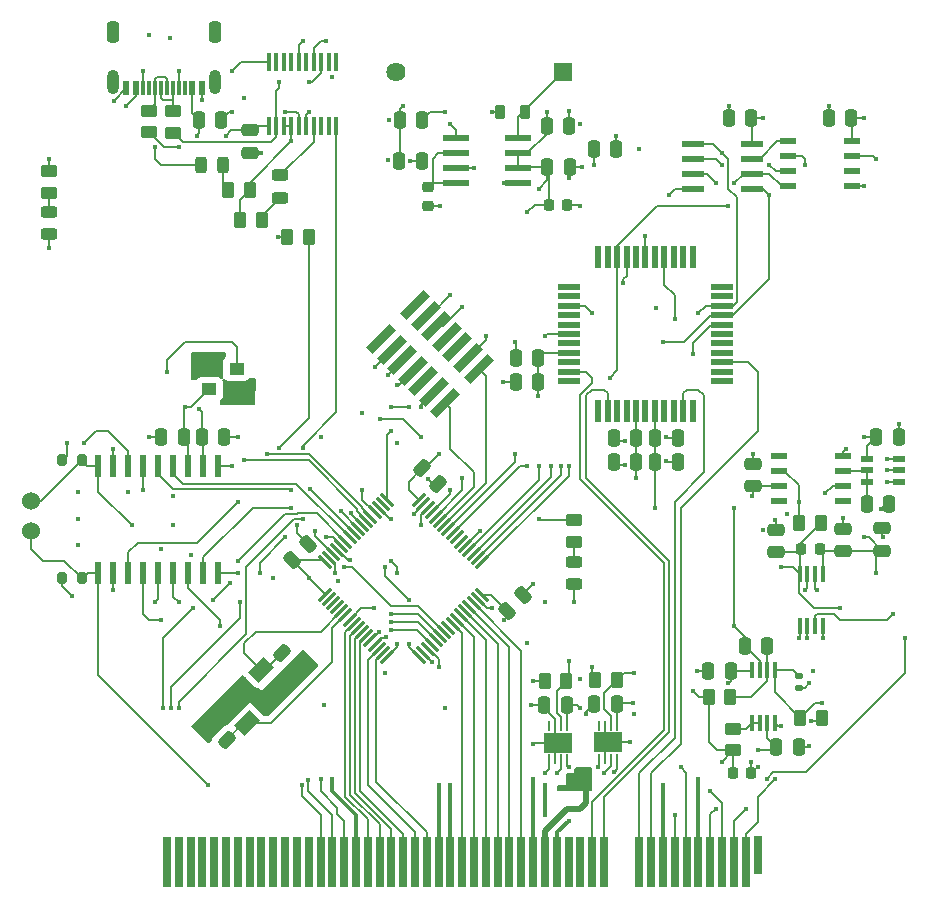
<source format=gtl>
%TF.GenerationSoftware,KiCad,Pcbnew,8.0.1*%
%TF.CreationDate,2024-04-16T19:56:43-05:00*%
%TF.ProjectId,PCB-1-2,5043422d-312d-4322-9e6b-696361645f70,rev?*%
%TF.SameCoordinates,Original*%
%TF.FileFunction,Copper,L1,Top*%
%TF.FilePolarity,Positive*%
%FSLAX46Y46*%
G04 Gerber Fmt 4.6, Leading zero omitted, Abs format (unit mm)*
G04 Created by KiCad (PCBNEW 8.0.1) date 2024-04-16 19:56:43*
%MOMM*%
%LPD*%
G01*
G04 APERTURE LIST*
G04 Aperture macros list*
%AMRoundRect*
0 Rectangle with rounded corners*
0 $1 Rounding radius*
0 $2 $3 $4 $5 $6 $7 $8 $9 X,Y pos of 4 corners*
0 Add a 4 corners polygon primitive as box body*
4,1,4,$2,$3,$4,$5,$6,$7,$8,$9,$2,$3,0*
0 Add four circle primitives for the rounded corners*
1,1,$1+$1,$2,$3*
1,1,$1+$1,$4,$5*
1,1,$1+$1,$6,$7*
1,1,$1+$1,$8,$9*
0 Add four rect primitives between the rounded corners*
20,1,$1+$1,$2,$3,$4,$5,0*
20,1,$1+$1,$4,$5,$6,$7,0*
20,1,$1+$1,$6,$7,$8,$9,0*
20,1,$1+$1,$8,$9,$2,$3,0*%
%AMRotRect*
0 Rectangle, with rotation*
0 The origin of the aperture is its center*
0 $1 length*
0 $2 width*
0 $3 Rotation angle, in degrees counterclockwise*
0 Add horizontal line*
21,1,$1,$2,0,0,$3*%
G04 Aperture macros list end*
%TA.AperFunction,SMDPad,CuDef*%
%ADD10RoundRect,0.218750X-0.218750X-0.381250X0.218750X-0.381250X0.218750X0.381250X-0.218750X0.381250X0*%
%TD*%
%TA.AperFunction,SMDPad,CuDef*%
%ADD11RoundRect,0.250000X0.450000X-0.262500X0.450000X0.262500X-0.450000X0.262500X-0.450000X-0.262500X0*%
%TD*%
%TA.AperFunction,SMDPad,CuDef*%
%ADD12RoundRect,0.250000X0.250000X0.475000X-0.250000X0.475000X-0.250000X-0.475000X0.250000X-0.475000X0*%
%TD*%
%TA.AperFunction,SMDPad,CuDef*%
%ADD13RoundRect,0.250000X-0.450000X0.262500X-0.450000X-0.262500X0.450000X-0.262500X0.450000X0.262500X0*%
%TD*%
%TA.AperFunction,SMDPad,CuDef*%
%ADD14RoundRect,0.250000X-0.250000X-0.475000X0.250000X-0.475000X0.250000X0.475000X-0.250000X0.475000X0*%
%TD*%
%TA.AperFunction,SMDPad,CuDef*%
%ADD15RoundRect,0.250000X-0.262500X-0.450000X0.262500X-0.450000X0.262500X0.450000X-0.262500X0.450000X0*%
%TD*%
%TA.AperFunction,SMDPad,CuDef*%
%ADD16RotRect,0.740000X2.790000X315.000000*%
%TD*%
%TA.AperFunction,SMDPad,CuDef*%
%ADD17RoundRect,0.243750X-0.243750X-0.456250X0.243750X-0.456250X0.243750X0.456250X-0.243750X0.456250X0*%
%TD*%
%TA.AperFunction,SMDPad,CuDef*%
%ADD18R,0.558800X1.981200*%
%TD*%
%TA.AperFunction,SMDPad,CuDef*%
%ADD19RoundRect,0.250000X0.475000X-0.250000X0.475000X0.250000X-0.475000X0.250000X-0.475000X-0.250000X0*%
%TD*%
%TA.AperFunction,SMDPad,CuDef*%
%ADD20RoundRect,0.250000X0.512652X0.159099X0.159099X0.512652X-0.512652X-0.159099X-0.159099X-0.512652X0*%
%TD*%
%TA.AperFunction,SMDPad,CuDef*%
%ADD21RotRect,1.200000X1.800000X315.000000*%
%TD*%
%TA.AperFunction,SMDPad,CuDef*%
%ADD22R,0.431800X1.333500*%
%TD*%
%TA.AperFunction,SMDPad,CuDef*%
%ADD23RoundRect,0.140000X-0.170000X0.140000X-0.170000X-0.140000X0.170000X-0.140000X0.170000X0.140000X0*%
%TD*%
%TA.AperFunction,ComponentPad*%
%ADD24C,1.524000*%
%TD*%
%TA.AperFunction,SMDPad,CuDef*%
%ADD25RoundRect,0.250000X-0.159099X0.512652X-0.512652X0.159099X0.159099X-0.512652X0.512652X-0.159099X0*%
%TD*%
%TA.AperFunction,SMDPad,CuDef*%
%ADD26R,0.254000X0.812800*%
%TD*%
%TA.AperFunction,SMDPad,CuDef*%
%ADD27R,2.489200X1.752600*%
%TD*%
%TA.AperFunction,SMDPad,CuDef*%
%ADD28RoundRect,0.250000X-0.475000X0.250000X-0.475000X-0.250000X0.475000X-0.250000X0.475000X0.250000X0*%
%TD*%
%TA.AperFunction,SMDPad,CuDef*%
%ADD29RoundRect,0.225000X-0.250000X0.225000X-0.250000X-0.225000X0.250000X-0.225000X0.250000X0.225000X0*%
%TD*%
%TA.AperFunction,SMDPad,CuDef*%
%ADD30R,0.355600X1.498600*%
%TD*%
%TA.AperFunction,SMDPad,CuDef*%
%ADD31RoundRect,0.243750X0.456250X-0.243750X0.456250X0.243750X-0.456250X0.243750X-0.456250X-0.243750X0*%
%TD*%
%TA.AperFunction,SMDPad,CuDef*%
%ADD32R,0.600000X1.150000*%
%TD*%
%TA.AperFunction,SMDPad,CuDef*%
%ADD33R,0.300000X1.150000*%
%TD*%
%TA.AperFunction,ComponentPad*%
%ADD34O,1.000000X2.100000*%
%TD*%
%TA.AperFunction,ComponentPad*%
%ADD35RoundRect,0.250000X0.250000X0.650000X-0.250000X0.650000X-0.250000X-0.650000X0.250000X-0.650000X0*%
%TD*%
%TA.AperFunction,SMDPad,CuDef*%
%ADD36R,1.981200X0.533400*%
%TD*%
%TA.AperFunction,SMDPad,CuDef*%
%ADD37RoundRect,0.200000X0.200000X0.275000X-0.200000X0.275000X-0.200000X-0.275000X0.200000X-0.275000X0*%
%TD*%
%TA.AperFunction,SMDPad,CuDef*%
%ADD38RoundRect,0.225000X0.225000X0.250000X-0.225000X0.250000X-0.225000X-0.250000X0.225000X-0.250000X0*%
%TD*%
%TA.AperFunction,SMDPad,CuDef*%
%ADD39R,1.460500X0.533400*%
%TD*%
%TA.AperFunction,SMDPad,CuDef*%
%ADD40RoundRect,0.225000X-0.225000X-0.250000X0.225000X-0.250000X0.225000X0.250000X-0.225000X0.250000X0*%
%TD*%
%TA.AperFunction,SMDPad,CuDef*%
%ADD41RoundRect,0.020400X0.919600X0.234600X-0.919600X0.234600X-0.919600X-0.234600X0.919600X-0.234600X0*%
%TD*%
%TA.AperFunction,SMDPad,CuDef*%
%ADD42RoundRect,0.020400X-0.234600X0.919600X-0.234600X-0.919600X0.234600X-0.919600X0.234600X0.919600X0*%
%TD*%
%TA.AperFunction,SMDPad,CuDef*%
%ADD43R,2.209800X0.609600*%
%TD*%
%TA.AperFunction,SMDPad,CuDef*%
%ADD44R,0.977900X0.558800*%
%TD*%
%TA.AperFunction,ComponentPad*%
%ADD45R,1.625600X1.625600*%
%TD*%
%TA.AperFunction,ComponentPad*%
%ADD46C,1.625600*%
%TD*%
%TA.AperFunction,SMDPad,CuDef*%
%ADD47R,1.300000X1.050000*%
%TD*%
%TA.AperFunction,SMDPad,CuDef*%
%ADD48RoundRect,0.250000X-0.512652X-0.159099X-0.159099X-0.512652X0.512652X0.159099X0.159099X0.512652X0*%
%TD*%
%TA.AperFunction,SMDPad,CuDef*%
%ADD49RoundRect,0.243750X-0.456250X0.243750X-0.456250X-0.243750X0.456250X-0.243750X0.456250X0.243750X0*%
%TD*%
%TA.AperFunction,SMDPad,CuDef*%
%ADD50RoundRect,0.250000X0.262500X0.450000X-0.262500X0.450000X-0.262500X-0.450000X0.262500X-0.450000X0*%
%TD*%
%TA.AperFunction,SMDPad,CuDef*%
%ADD51RoundRect,0.011200X-0.420729X-0.602879X0.602879X0.420729X0.420729X0.602879X-0.602879X-0.420729X0*%
%TD*%
%TA.AperFunction,SMDPad,CuDef*%
%ADD52RoundRect,0.050400X0.420729X-0.547442X0.547442X-0.420729X-0.420729X0.547442X-0.547442X0.420729X0*%
%TD*%
%TA.AperFunction,ConnectorPad*%
%ADD53R,0.700000X3.200000*%
%TD*%
%TA.AperFunction,ConnectorPad*%
%ADD54R,0.700000X4.300000*%
%TD*%
%TA.AperFunction,ViaPad*%
%ADD55C,0.450000*%
%TD*%
%TA.AperFunction,Conductor*%
%ADD56C,0.200000*%
%TD*%
%TA.AperFunction,Conductor*%
%ADD57C,0.500000*%
%TD*%
%TA.AperFunction,Conductor*%
%ADD58C,0.300000*%
%TD*%
G04 APERTURE END LIST*
D10*
X101165996Y-67486615D03*
X103290996Y-67486615D03*
D11*
X73549928Y-69251169D03*
X73549928Y-67426169D03*
D12*
X122450000Y-68000000D03*
X120550000Y-68000000D03*
D13*
X120952461Y-119719404D03*
X120952461Y-121544404D03*
D14*
X102550003Y-88300001D03*
X104450001Y-88300001D03*
X118820031Y-114840422D03*
X120720029Y-114840422D03*
D15*
X118865464Y-117011906D03*
X120690464Y-117011906D03*
D16*
X91124221Y-86720792D03*
X94002145Y-83842868D03*
X92022246Y-87618818D03*
X94900171Y-84740893D03*
X92920272Y-88516844D03*
X95798197Y-85638919D03*
X93818298Y-89414869D03*
X96696222Y-86536945D03*
X94716323Y-90312895D03*
X97594248Y-87434970D03*
X95614349Y-91210921D03*
X98492274Y-88332996D03*
X96512375Y-92108946D03*
X99390299Y-89231022D03*
D17*
X75852677Y-71988894D03*
X77727677Y-71988894D03*
D14*
X105158652Y-68647111D03*
X107058652Y-68647111D03*
D13*
X107500000Y-102087500D03*
X107500000Y-103912500D03*
D18*
X77350000Y-97457600D03*
X76080000Y-97457600D03*
X74810000Y-97457600D03*
X73540000Y-97457600D03*
X72270000Y-97457600D03*
X71000000Y-97457600D03*
X69730000Y-97457600D03*
X68460000Y-97457600D03*
X67190000Y-97457600D03*
X67190000Y-106500000D03*
X68460000Y-106500000D03*
X69730000Y-106500000D03*
X71000000Y-106500000D03*
X72270000Y-106500000D03*
X73540000Y-106500000D03*
X74810000Y-106500000D03*
X76080000Y-106500000D03*
X77350000Y-106500000D03*
D19*
X133541531Y-104631742D03*
X133541531Y-102731744D03*
D12*
X77608652Y-68147111D03*
X75708652Y-68147111D03*
D20*
X95969848Y-99009693D03*
X94626346Y-97666191D03*
D14*
X92658652Y-71647111D03*
X94558652Y-71647111D03*
D21*
X80943872Y-114737258D03*
X78115445Y-117565685D03*
X79812502Y-119262742D03*
X82640929Y-116434315D03*
D22*
X122525001Y-119216150D03*
X123174999Y-119216150D03*
X123825001Y-119216150D03*
X124474999Y-119216150D03*
X124474999Y-114783850D03*
X123825001Y-114783850D03*
X123174999Y-114783850D03*
X122525001Y-114783850D03*
D19*
X124550843Y-104752542D03*
X124550843Y-102852544D03*
D23*
X126525001Y-115275473D03*
X126525001Y-116235473D03*
D24*
X61500000Y-100460000D03*
X61500000Y-103000000D03*
D25*
X103161124Y-108393001D03*
X101817622Y-109736503D03*
D26*
X106837501Y-119500000D03*
X106337500Y-119500000D03*
X105837500Y-119500000D03*
X105337499Y-119500000D03*
X105337499Y-122294000D03*
X105837500Y-122294000D03*
X106337500Y-122294000D03*
X106837501Y-122294000D03*
D27*
X106087500Y-120897000D03*
D15*
X126612501Y-118783850D03*
X128437501Y-118783850D03*
D28*
X79998671Y-69061163D03*
X79998671Y-70961163D03*
D29*
X95108652Y-73872111D03*
X95108652Y-75422111D03*
D13*
X63000000Y-72525002D03*
X63000000Y-74350002D03*
D12*
X123819980Y-112738542D03*
X121919982Y-112738542D03*
D15*
X83196152Y-78104730D03*
X85021152Y-78104730D03*
D30*
X87323652Y-63236911D03*
X86688652Y-63236911D03*
X86053652Y-63236911D03*
X85418652Y-63236911D03*
X84783652Y-63236911D03*
X84148652Y-63236911D03*
X83513652Y-63236911D03*
X82878652Y-63236911D03*
X82243652Y-63236911D03*
X81608652Y-63236911D03*
X81608652Y-68647111D03*
X82243652Y-68647111D03*
X82878652Y-68647111D03*
X83513652Y-68647111D03*
X84148652Y-68647111D03*
X84783652Y-68647111D03*
X85418652Y-68647111D03*
X86053652Y-68647111D03*
X86688652Y-68647111D03*
X87323652Y-68647111D03*
D12*
X111095797Y-117617844D03*
X109195797Y-117617844D03*
D11*
X71459979Y-69225089D03*
X71459979Y-67400089D03*
D15*
X126516405Y-102339642D03*
X128341405Y-102339642D03*
D14*
X114329525Y-95090562D03*
X116229523Y-95090562D03*
D31*
X63000000Y-77875002D03*
X63000000Y-76000000D03*
D14*
X124575002Y-121283849D03*
X126475000Y-121283849D03*
D32*
X75950000Y-65500000D03*
X75150000Y-65500000D03*
D33*
X74000000Y-65500000D03*
X73000000Y-65500000D03*
X72500000Y-65500000D03*
X71500000Y-65500000D03*
D32*
X69550000Y-65500000D03*
X70350000Y-65500000D03*
D33*
X71000000Y-65500000D03*
X72000000Y-65500000D03*
X73500000Y-65500000D03*
X74500000Y-65500000D03*
D34*
X77070000Y-64925000D03*
X68430000Y-64925000D03*
D35*
X77070000Y-60745000D03*
X68430000Y-60745000D03*
D14*
X132238819Y-100685191D03*
X134138817Y-100685191D03*
X114334644Y-97127875D03*
X116234642Y-97127875D03*
D36*
X117572400Y-70190000D03*
X117572400Y-71460000D03*
X117572400Y-72730000D03*
X117572400Y-74000000D03*
X122500000Y-74000000D03*
X122500000Y-72730000D03*
X122500000Y-71460000D03*
X122500000Y-70190000D03*
D37*
X65785000Y-96999999D03*
X64135000Y-96999999D03*
D25*
X84970910Y-104117889D03*
X83627408Y-105461391D03*
D38*
X128247688Y-104465209D03*
X126697688Y-104465209D03*
D39*
X125551700Y-70000000D03*
X125551700Y-71270000D03*
X125551700Y-72540000D03*
X125551700Y-73810000D03*
X131000000Y-73810000D03*
X131000000Y-72540000D03*
X131000000Y-71270000D03*
X131000000Y-70000000D03*
D40*
X120902087Y-123476835D03*
X122452087Y-123476835D03*
D15*
X79196152Y-76647111D03*
X81021152Y-76647111D03*
D14*
X92708652Y-68147111D03*
X94608652Y-68147111D03*
D22*
X128525841Y-106586393D03*
X127875843Y-106586393D03*
X127225841Y-106586393D03*
X126575843Y-106586393D03*
X126575843Y-111018693D03*
X127225841Y-111018693D03*
X127875843Y-111018693D03*
X128525841Y-111018693D03*
D12*
X112726309Y-97133664D03*
X110826311Y-97133664D03*
D41*
X120000000Y-90300000D03*
X120000000Y-89500000D03*
X120000000Y-88700000D03*
X120000000Y-87900000D03*
X120000000Y-87099999D03*
X120000000Y-86300000D03*
X120000000Y-85500001D03*
X120000000Y-84700000D03*
X120000000Y-83900000D03*
X120000000Y-83100000D03*
X120000000Y-82300000D03*
D42*
X117510000Y-79810000D03*
X116710000Y-79810000D03*
X115910000Y-79810000D03*
X115110000Y-79810000D03*
X114309999Y-79810000D03*
X113510000Y-79810000D03*
X112710001Y-79810000D03*
X111910000Y-79810000D03*
X111110000Y-79810000D03*
X110310000Y-79810000D03*
X109510000Y-79810000D03*
D41*
X107020000Y-82300000D03*
X107020000Y-83100000D03*
X107020000Y-83900000D03*
X107020000Y-84700000D03*
X107020000Y-85500001D03*
X107020000Y-86300000D03*
X107020000Y-87099999D03*
X107020000Y-87900000D03*
X107020000Y-88700000D03*
X107020000Y-89500000D03*
X107020000Y-90300000D03*
D42*
X109510000Y-92790000D03*
X110310000Y-92790000D03*
X111110000Y-92790000D03*
X111910000Y-92790000D03*
X112710001Y-92790000D03*
X113510000Y-92790000D03*
X114309999Y-92790000D03*
X115110000Y-92790000D03*
X115910000Y-92790000D03*
X116710000Y-92790000D03*
X117510000Y-92790000D03*
D12*
X106838631Y-117730550D03*
X104938631Y-117730550D03*
D43*
X97507692Y-69742111D03*
X97507692Y-71012111D03*
X97507692Y-72282111D03*
X97507692Y-73552111D03*
X102709612Y-73552111D03*
X102709612Y-72282111D03*
X102709612Y-71012111D03*
X102709612Y-69742111D03*
D14*
X75950001Y-94999999D03*
X77849999Y-94999999D03*
D44*
X134972549Y-98795287D03*
X134972550Y-97845286D03*
X134972549Y-96895285D03*
X132242049Y-96895285D03*
X132242048Y-97845286D03*
X132242049Y-98795287D03*
D20*
X78069641Y-120658144D03*
X76726139Y-119314642D03*
D12*
X130950000Y-68000000D03*
X129050000Y-68000000D03*
X112725533Y-95090562D03*
X110825535Y-95090562D03*
D45*
X106514152Y-64147111D03*
D46*
X92366352Y-64147111D03*
D15*
X104998176Y-115709756D03*
X106823176Y-115709756D03*
D19*
X130252235Y-104671384D03*
X130252235Y-102771386D03*
D15*
X109237395Y-115620010D03*
X111062395Y-115620010D03*
D47*
X78888863Y-89224069D03*
X76588863Y-89224069D03*
X76588863Y-90974069D03*
X78888863Y-90974069D03*
D40*
X105313705Y-75367041D03*
X106863705Y-75367041D03*
D14*
X133050001Y-95000000D03*
X134949999Y-95000000D03*
X109158652Y-70647111D03*
X111058652Y-70647111D03*
X105208652Y-72147111D03*
X107108652Y-72147111D03*
D26*
X111087500Y-119470844D03*
X110587499Y-119470844D03*
X110087499Y-119470844D03*
X109587498Y-119470844D03*
X109587498Y-122264844D03*
X110087499Y-122264844D03*
X110587499Y-122264844D03*
X111087500Y-122264844D03*
D27*
X110337499Y-120867844D03*
D48*
X82726139Y-113314642D03*
X84069641Y-114658144D03*
D49*
X82608652Y-72869611D03*
X82608652Y-74744611D03*
D19*
X122655533Y-99170495D03*
X122655533Y-97270497D03*
D50*
X80021152Y-74147111D03*
X78196152Y-74147111D03*
D31*
X107500000Y-107437500D03*
X107500000Y-105562500D03*
D14*
X102550002Y-90345080D03*
X104450000Y-90345080D03*
D12*
X74409999Y-94999999D03*
X72510001Y-94999999D03*
D51*
X86339054Y-108357645D03*
X86692608Y-108711198D03*
X87046161Y-109064752D03*
X87399714Y-109418305D03*
X87753268Y-109771859D03*
X88106821Y-110125412D03*
X88460374Y-110478965D03*
X88813928Y-110832519D03*
X89167481Y-111186072D03*
X89521035Y-111539626D03*
X89874588Y-111893179D03*
X90228141Y-112246732D03*
X90581695Y-112600286D03*
X90935248Y-112953839D03*
X91288802Y-113307392D03*
X91642355Y-113660946D03*
D52*
X94357645Y-113660946D03*
X94711198Y-113307392D03*
X95064752Y-112953839D03*
X95418305Y-112600286D03*
X95771859Y-112246732D03*
X96125412Y-111893179D03*
X96478965Y-111539626D03*
X96832519Y-111186072D03*
X97186072Y-110832519D03*
X97539626Y-110478965D03*
X97893179Y-110125412D03*
X98246732Y-109771859D03*
X98600286Y-109418305D03*
X98953839Y-109064752D03*
X99307392Y-108711198D03*
X99660946Y-108357645D03*
D51*
X99660946Y-105642355D03*
X99307392Y-105288802D03*
X98953839Y-104935248D03*
X98600286Y-104581695D03*
X98246732Y-104228141D03*
X97893179Y-103874588D03*
X97539626Y-103521035D03*
X97186072Y-103167481D03*
X96832519Y-102813928D03*
X96478965Y-102460374D03*
X96125412Y-102106821D03*
X95771859Y-101753268D03*
X95418305Y-101399714D03*
X95064752Y-101046161D03*
X94711198Y-100692608D03*
X94357645Y-100339054D03*
D52*
X91642355Y-100339054D03*
X91288802Y-100692608D03*
X90935248Y-101046161D03*
X90581695Y-101399714D03*
X90228141Y-101753268D03*
X89874588Y-102106821D03*
X89521035Y-102460374D03*
X89167481Y-102813928D03*
X88813928Y-103167481D03*
X88460374Y-103521035D03*
X88106821Y-103874588D03*
X87753268Y-104228141D03*
X87399714Y-104581695D03*
X87046161Y-104935248D03*
X86692608Y-105288802D03*
X86339054Y-105642355D03*
D39*
X130224150Y-100404999D03*
X130224150Y-99135000D03*
X130224150Y-97865000D03*
X130224150Y-96595001D03*
X124775850Y-96595001D03*
X124775850Y-97865000D03*
X124775850Y-99135000D03*
X124775850Y-100404999D03*
D37*
X65785000Y-106999999D03*
X64135000Y-106999999D03*
D53*
X123000000Y-130450000D03*
D54*
X122000000Y-131000000D03*
X121000000Y-131000000D03*
X120000000Y-131000000D03*
X119000000Y-131000000D03*
X118000000Y-131000000D03*
X117000000Y-131000000D03*
X116000000Y-131000000D03*
X115000000Y-131000000D03*
X114000000Y-131000000D03*
X113000000Y-131000000D03*
X110000000Y-131000000D03*
X109000000Y-131000000D03*
X108000000Y-131000000D03*
X107000000Y-131000000D03*
X106000000Y-131000000D03*
X105000000Y-131000000D03*
X104000000Y-131000000D03*
X103000000Y-131000000D03*
X102000000Y-131000000D03*
X101000000Y-131000000D03*
X100000000Y-131000000D03*
X99000000Y-131000000D03*
X98000000Y-131000000D03*
X97000000Y-131000000D03*
X96000000Y-131000000D03*
X95000000Y-131000000D03*
X94000000Y-131000000D03*
X93000000Y-131000000D03*
X92000000Y-131000000D03*
X91000000Y-131000000D03*
X90000000Y-131000000D03*
X89000000Y-131000000D03*
X88000000Y-131000000D03*
X87000000Y-131000000D03*
X86000000Y-131000000D03*
X85000000Y-131000000D03*
X84000000Y-131000000D03*
X83000000Y-131000000D03*
X82000000Y-131000000D03*
X81000000Y-131000000D03*
X80000000Y-131000000D03*
X79000000Y-131000000D03*
X78000000Y-131000000D03*
X77000000Y-131000000D03*
X76000000Y-131000000D03*
X75000000Y-131000000D03*
X74000000Y-131000000D03*
X73000000Y-131000000D03*
D55*
X105158652Y-67500000D03*
X112461917Y-117538083D03*
X120539869Y-115886906D03*
X112726309Y-98500000D03*
X104500000Y-74000000D03*
X127668354Y-114831646D03*
X123500000Y-68000000D03*
X132000000Y-68000000D03*
X68460000Y-108000000D03*
X134000000Y-96895285D03*
X69706514Y-99706514D03*
X112500000Y-118500000D03*
X103500000Y-76000000D03*
X122500000Y-100000000D03*
X128525841Y-112000000D03*
X132000000Y-95000000D03*
X109158652Y-72000000D03*
X118000000Y-84500000D03*
X107000000Y-97500000D03*
X120000000Y-71000000D03*
X124000000Y-72000000D03*
X75500000Y-69500000D03*
X69500000Y-67000000D03*
X66000000Y-95500000D03*
X113500000Y-78000000D03*
X86500000Y-61500000D03*
X92500000Y-112525000D03*
X92000000Y-105500000D03*
X92513762Y-106513762D03*
X74000000Y-64000000D03*
X72000000Y-109000000D03*
X88000000Y-106000000D03*
X74000000Y-109000000D03*
X92000000Y-110000000D03*
X76860000Y-108860000D03*
X72699994Y-118000000D03*
X78347890Y-107372109D03*
X84450000Y-124525000D03*
X75233581Y-109475000D03*
X79000000Y-105500000D03*
X73349997Y-118000000D03*
X79192157Y-109000000D03*
X83000000Y-103500000D03*
X88499142Y-105475000D03*
X80849997Y-106500000D03*
X84975000Y-124025000D03*
X92000000Y-110699994D03*
X72500000Y-110500000D03*
X77500000Y-111000000D03*
X92000000Y-111349997D03*
X111635000Y-82000000D03*
X98000000Y-98500000D03*
X85500000Y-103000000D03*
X86000000Y-124000000D03*
X74000000Y-118000000D03*
X84500000Y-102000000D03*
X119475000Y-73500000D03*
X121000000Y-101000000D03*
X121000000Y-111000000D03*
X120000000Y-72000000D03*
X134500000Y-110000000D03*
X105500000Y-97500000D03*
X121050000Y-73500000D03*
X110500000Y-90000000D03*
X120525000Y-75500000D03*
X115000000Y-87000000D03*
X124000000Y-74500000D03*
X104500000Y-97500000D03*
X127000000Y-72000000D03*
X93500000Y-112525000D03*
X84500000Y-95950000D03*
X91500000Y-106000000D03*
X93500000Y-108824997D03*
X133000000Y-71500000D03*
X123816267Y-123941270D03*
X135500000Y-112000000D03*
X119475000Y-126500000D03*
X83500000Y-70000000D03*
X85000000Y-65000000D03*
X74000000Y-70500000D03*
X78000000Y-69500000D03*
X82500000Y-65000000D03*
X71996213Y-70503787D03*
X78500000Y-64000000D03*
X83000000Y-67472809D03*
X90500000Y-109475000D03*
X100000000Y-86500000D03*
X86000000Y-95000000D03*
X96000000Y-96500000D03*
X75000000Y-105000000D03*
X103500000Y-112500000D03*
X108000000Y-118000000D03*
X90570532Y-89070532D03*
X78500000Y-97500000D03*
X63000000Y-71500000D03*
X85000000Y-107000000D03*
X96000000Y-114500000D03*
X101500000Y-110500000D03*
X82395270Y-78104730D03*
X114334644Y-101000000D03*
X108000000Y-115500000D03*
X94500000Y-102500000D03*
X109974693Y-123474693D03*
X112500000Y-115000000D03*
X92000000Y-94500000D03*
X93500000Y-92500000D03*
X92000000Y-92500000D03*
X105000000Y-123500000D03*
X107000000Y-123000000D03*
X110845925Y-123345925D03*
X107092454Y-124716043D03*
X106350918Y-124757240D03*
X107099320Y-123830319D03*
X107833990Y-123349694D03*
X108616723Y-123940177D03*
X108657919Y-123322230D03*
X107779062Y-124029436D03*
X109500000Y-123000000D03*
X106000000Y-123500000D03*
X107000000Y-114000000D03*
X92000000Y-102000000D03*
X89500000Y-99500000D03*
X106349997Y-97500000D03*
X116000000Y-85000000D03*
X97000000Y-83000000D03*
X128500000Y-117500000D03*
X123000000Y-121500000D03*
X97000000Y-68500000D03*
X93000000Y-67000000D03*
X104450000Y-91550000D03*
X127000000Y-108000000D03*
X130000000Y-109500000D03*
X125000000Y-106000000D03*
X128000000Y-108000000D03*
X132000000Y-103500000D03*
X133000000Y-106500000D03*
X122000000Y-126500000D03*
X128750000Y-99750000D03*
X119000000Y-125000000D03*
X126500000Y-100500000D03*
X71000000Y-64000000D03*
X120000000Y-122500000D03*
X117500000Y-116500000D03*
X98000000Y-84000000D03*
X75696664Y-92608732D03*
X73000000Y-89500000D03*
X74500000Y-92500000D03*
X88565687Y-101434313D03*
X82500000Y-95950000D03*
X83500000Y-101000000D03*
X124500000Y-124000000D03*
X83500000Y-99525000D03*
X85090901Y-99409099D03*
X79000000Y-106500000D03*
X87694455Y-101305544D03*
X116500000Y-123000000D03*
X70000000Y-102500000D03*
X116000000Y-127000000D03*
X76500000Y-124500000D03*
X81500000Y-96475000D03*
X79000000Y-100500000D03*
X79500000Y-97000000D03*
X71000000Y-99500000D03*
X105000000Y-86500000D03*
X102500000Y-96500000D03*
X109000000Y-84500000D03*
X103500000Y-97500000D03*
X97000000Y-99500000D03*
X117500000Y-88000000D03*
X94500000Y-95000000D03*
X91000000Y-93500000D03*
X96500000Y-118000000D03*
X127225841Y-112000000D03*
X78000000Y-92000000D03*
X75950000Y-66450000D03*
X127375001Y-121152165D03*
X95059908Y-98540778D03*
X71500000Y-95000000D03*
X127550001Y-119036518D03*
X87237883Y-106500000D03*
X122655533Y-96500000D03*
X75379823Y-89339031D03*
X65500000Y-102000000D03*
X123000000Y-123000000D03*
X96077889Y-75422111D03*
X132000000Y-73810000D03*
X108500000Y-118500000D03*
X134949999Y-93949999D03*
X129050000Y-67000000D03*
X76000000Y-120000000D03*
X134000000Y-97845286D03*
X85000000Y-114000000D03*
X127370149Y-115846359D03*
X79500000Y-66308009D03*
X100500000Y-67486615D03*
X108000000Y-68500000D03*
X115500000Y-74500000D03*
X84500000Y-113500000D03*
X96000000Y-124500000D03*
X82000000Y-107000000D03*
X95451903Y-114048097D03*
X91750000Y-89750000D03*
X65500000Y-104206514D03*
X105000000Y-124500000D03*
X79000000Y-116000000D03*
X92437475Y-90616584D03*
X84000000Y-102500000D03*
X114421430Y-84078570D03*
X124487500Y-102012500D03*
X76536518Y-88114737D03*
X68500000Y-66550000D03*
X78000000Y-119000000D03*
X115259644Y-97016570D03*
X133646629Y-103500000D03*
X130252235Y-101895426D03*
X73500000Y-100000000D03*
X93903806Y-101500000D03*
X108000000Y-75500000D03*
X126500000Y-112000000D03*
X125000000Y-119500000D03*
X94500000Y-92500000D03*
X105000000Y-127000000D03*
X104000000Y-107500000D03*
X102500000Y-87000000D03*
X115000000Y-124500000D03*
X97000000Y-124500000D03*
X84500000Y-61500000D03*
X79500000Y-117500000D03*
X76500000Y-120500000D03*
X111000000Y-69500000D03*
X75500000Y-119500000D03*
X73250000Y-61250000D03*
X107058652Y-67441348D03*
X108147111Y-72147111D03*
X91733652Y-71535046D03*
X73500000Y-102500000D03*
X101500000Y-73552111D03*
X125500000Y-101525000D03*
X120550000Y-67000000D03*
X79000000Y-118000000D03*
X134000000Y-98795287D03*
X87000000Y-64500000D03*
X86286353Y-117710308D03*
X75372312Y-88723129D03*
X71500000Y-61000000D03*
X87479237Y-107215315D03*
X104000000Y-121000000D03*
X80500000Y-117500000D03*
X130500000Y-96000000D03*
X107058652Y-73058652D03*
X80000000Y-92000000D03*
X123500000Y-102880648D03*
X75379823Y-89939911D03*
X96500000Y-67500000D03*
X78500000Y-67500000D03*
X111800533Y-95397340D03*
X68460000Y-96000000D03*
X76000000Y-119000000D03*
X65500000Y-99706514D03*
X75372312Y-88144781D03*
X80500000Y-116500000D03*
X80171844Y-90337995D03*
X77129887Y-88107226D03*
X104000000Y-124000000D03*
X122452087Y-122500000D03*
X105000000Y-109000000D03*
X101475000Y-90345080D03*
X111801309Y-97398256D03*
X133455192Y-101132522D03*
X80171844Y-90916342D03*
X93583652Y-71647111D03*
X81500000Y-117500000D03*
X86500000Y-103500000D03*
X117838970Y-114840422D03*
X92437475Y-95500000D03*
X85000000Y-67500000D03*
X75958171Y-88122248D03*
X91500000Y-115000000D03*
X90960654Y-111525000D03*
X118000000Y-124000000D03*
X76500000Y-118500000D03*
X79000000Y-95000000D03*
X109000000Y-114500000D03*
X81000000Y-118000000D03*
X107000000Y-127500000D03*
X81000000Y-70961163D03*
X107500000Y-109000000D03*
X103794450Y-117730550D03*
X78500000Y-118500000D03*
X80000000Y-117000000D03*
X79500000Y-115500000D03*
X113000000Y-70647111D03*
X112204705Y-120867844D03*
X79500000Y-116500000D03*
X104000000Y-115709756D03*
X79000000Y-92000000D03*
X87000000Y-124000000D03*
X115254525Y-95000000D03*
X100500000Y-109500000D03*
X89500000Y-93000000D03*
X81000000Y-117000000D03*
X91783652Y-68147111D03*
X63000000Y-79000000D03*
X99000000Y-72282111D03*
X72500000Y-104500000D03*
X64500000Y-95500000D03*
X65000000Y-108500000D03*
X99469759Y-102969759D03*
X104500000Y-102000000D03*
X91522998Y-111947765D03*
D56*
X111087500Y-119470844D02*
X111087500Y-117626141D01*
X105313705Y-75367041D02*
X104132959Y-75367041D01*
X122468429Y-114840422D02*
X122525001Y-114783850D01*
X105313705Y-72252164D02*
X105208652Y-72147111D01*
X109158652Y-72000000D02*
X109158652Y-70647111D01*
X105208652Y-73291348D02*
X105208652Y-72147111D01*
X120720029Y-114840422D02*
X122468429Y-114840422D01*
X111087500Y-117626141D02*
X111095797Y-117617844D01*
X131000000Y-68050000D02*
X130950000Y-68000000D01*
X122655533Y-99844467D02*
X122655533Y-99170495D01*
X112725533Y-92805532D02*
X112710001Y-92790000D01*
X122450000Y-68000000D02*
X123500000Y-68000000D01*
X104132959Y-75367041D02*
X103500000Y-76000000D01*
X122500000Y-100000000D02*
X122655533Y-99844467D01*
X105208652Y-72147111D02*
X102844612Y-72147111D01*
X132242049Y-96895285D02*
X132242049Y-95807952D01*
X120720029Y-115706746D02*
X120720029Y-114840422D01*
X122500000Y-70190000D02*
X122500000Y-68050000D01*
X131000000Y-70000000D02*
X131000000Y-68050000D01*
X103518652Y-71012111D02*
X102709612Y-71012111D01*
X132000000Y-95000000D02*
X133050001Y-95000000D01*
X112461917Y-117538083D02*
X111175558Y-117538083D01*
X112725533Y-96772915D02*
X112725533Y-95090562D01*
X134000000Y-96895285D02*
X134972549Y-96895285D01*
X128525841Y-112000000D02*
X128525841Y-111018693D01*
X132242049Y-95807952D02*
X133050001Y-95000000D01*
X120539869Y-115886906D02*
X120720029Y-115706746D01*
X122500000Y-68050000D02*
X122450000Y-68000000D01*
X112726309Y-97133664D02*
X112726309Y-96773691D01*
X104500000Y-74000000D02*
X105208652Y-73291348D01*
X105158652Y-69372111D02*
X103518652Y-71012111D01*
X124740355Y-99170495D02*
X124775850Y-99135000D01*
X102709612Y-72282111D02*
X102709612Y-71012111D01*
X105158652Y-67500000D02*
X105158652Y-68647111D01*
X111175558Y-117538083D02*
X111095797Y-117617844D01*
X105313705Y-75367041D02*
X105313705Y-72252164D01*
X112726309Y-98500000D02*
X112726309Y-97133664D01*
X68460000Y-108000000D02*
X68460000Y-106500000D01*
X105158652Y-68647111D02*
X105158652Y-69372111D01*
X112726309Y-96773691D02*
X112725533Y-96772915D01*
X122655533Y-99170495D02*
X124740355Y-99170495D01*
X112725533Y-95090562D02*
X112725533Y-92805532D01*
X130950000Y-68000000D02*
X132000000Y-68000000D01*
X102844612Y-72147111D02*
X102709612Y-72282111D01*
X118000000Y-84500000D02*
X118600000Y-83900000D01*
X125551700Y-72540000D02*
X124540000Y-72540000D01*
X118600000Y-83900000D02*
X120000000Y-83900000D01*
X120939999Y-83900000D02*
X121240000Y-83599999D01*
X120525000Y-74025000D02*
X120525000Y-71525000D01*
X119190000Y-70190000D02*
X117572400Y-70190000D01*
X120525000Y-71525000D02*
X120000000Y-71000000D01*
X121240000Y-83599999D02*
X121240000Y-74740000D01*
X99660946Y-105642355D02*
X107000000Y-98303301D01*
X120000000Y-71000000D02*
X119190000Y-70190000D01*
X121240000Y-74740000D02*
X120525000Y-74025000D01*
X124540000Y-72540000D02*
X124000000Y-72000000D01*
X120000000Y-83900000D02*
X120939999Y-83900000D01*
X107000000Y-98303301D02*
X107000000Y-97500000D01*
X70350000Y-65500000D02*
X70350000Y-66150000D01*
X75150000Y-67588459D02*
X75708652Y-68147111D01*
X75708652Y-69291348D02*
X75500000Y-69500000D01*
X75150000Y-65500000D02*
X75150000Y-67588459D01*
X70350000Y-66150000D02*
X69500000Y-67000000D01*
X75708652Y-68147111D02*
X75708652Y-69291348D01*
X69730000Y-96230000D02*
X69730000Y-97457600D01*
X67000000Y-94500000D02*
X68000000Y-94500000D01*
X66000000Y-95500000D02*
X67000000Y-94500000D01*
X68000000Y-94500000D02*
X69730000Y-96230000D01*
X113510000Y-78010000D02*
X113500000Y-78000000D01*
X113510000Y-79810000D02*
X113510000Y-78010000D01*
X85418652Y-70059611D02*
X82608652Y-72869611D01*
X85418652Y-68647111D02*
X85418652Y-70059611D01*
X86000000Y-61500000D02*
X85418652Y-62081348D01*
X91642355Y-113660946D02*
X92500000Y-112803301D01*
X86500000Y-61500000D02*
X86000000Y-61500000D01*
X92513762Y-106013762D02*
X92000000Y-105500000D01*
X85418652Y-62081348D02*
X85418652Y-63236911D01*
X92500000Y-112803301D02*
X92500000Y-112525000D01*
X92513762Y-106513762D02*
X92513762Y-106013762D01*
X96478965Y-102460374D02*
X100000000Y-98939339D01*
X100000000Y-98939339D02*
X100000000Y-89840723D01*
X100000000Y-89840723D02*
X99390299Y-89231022D01*
X97000000Y-92596571D02*
X96512375Y-92108946D01*
X98990299Y-99241934D02*
X98990299Y-97990299D01*
X96125412Y-102106821D02*
X98990299Y-99241934D01*
X98990299Y-97990299D02*
X97000000Y-96000000D01*
X97000000Y-96000000D02*
X97000000Y-92596571D01*
X73549928Y-65549928D02*
X73500000Y-65500000D01*
X72500000Y-66325000D02*
X72675000Y-66500000D01*
X72675000Y-66500000D02*
X73549928Y-66500000D01*
X73549928Y-66500000D02*
X73549928Y-65549928D01*
X72500000Y-65500000D02*
X72500000Y-66325000D01*
X73549928Y-67426169D02*
X73549928Y-66500000D01*
X74000000Y-65500000D02*
X74000000Y-64000000D01*
X96478965Y-111539626D02*
X94289336Y-109349997D01*
X72000000Y-109000000D02*
X72270000Y-108730000D01*
X88650003Y-106000000D02*
X88000000Y-106000000D01*
X92000000Y-109349997D02*
X88650003Y-106000000D01*
X72270000Y-108730000D02*
X72270000Y-106500000D01*
X94289336Y-109349997D02*
X92000000Y-109349997D01*
X73540000Y-106500000D02*
X73540000Y-108540000D01*
X94232233Y-110000000D02*
X92000000Y-110000000D01*
X96125412Y-111893179D02*
X94232233Y-110000000D01*
X73540000Y-108540000D02*
X74000000Y-109000000D01*
X89313843Y-124963843D02*
X89313843Y-112453924D01*
X89313843Y-112453924D02*
X89874588Y-111893179D01*
X93000000Y-128650000D02*
X89313843Y-124963843D01*
X93000000Y-131000000D02*
X93000000Y-128650000D01*
X97893179Y-110125412D02*
X100000000Y-112232233D01*
X100000000Y-112232233D02*
X100000000Y-131000000D01*
X86000000Y-127000000D02*
X86000000Y-131000000D01*
X84450000Y-124525000D02*
X84450000Y-125450000D01*
X72699994Y-112008587D02*
X72699994Y-118000000D01*
X78347890Y-107372109D02*
X78347890Y-107372110D01*
X75233581Y-109475000D02*
X72699994Y-112008587D01*
X85707233Y-101475000D02*
X84025000Y-101475000D01*
X88106821Y-103874588D02*
X85707233Y-101475000D01*
X84450000Y-125450000D02*
X86000000Y-127000000D01*
X78347890Y-107372110D02*
X76860000Y-108860000D01*
X84025000Y-101475000D02*
X83975000Y-101525000D01*
X82975000Y-101525000D02*
X79000000Y-105500000D01*
X83975000Y-101525000D02*
X82975000Y-101525000D01*
X88499142Y-105475000D02*
X88293019Y-105475000D01*
X80849997Y-105650003D02*
X83000000Y-103500000D01*
X84975000Y-124025000D02*
X84975000Y-124975000D01*
X84975000Y-124975000D02*
X87000000Y-127000000D01*
X79192157Y-109000000D02*
X79192157Y-110307843D01*
X79192157Y-110307843D02*
X73349997Y-116150003D01*
X73349997Y-116150003D02*
X73349997Y-118000000D01*
X88293019Y-105475000D02*
X87399714Y-104581695D01*
X87000000Y-127000000D02*
X87000000Y-131000000D01*
X80849997Y-106500000D02*
X80849997Y-105650003D01*
X71000000Y-110000000D02*
X71000000Y-106500000D01*
X71500000Y-110500000D02*
X71000000Y-110000000D01*
X94225121Y-110699994D02*
X92000000Y-110699994D01*
X72500000Y-110500000D02*
X71500000Y-110500000D01*
X95771859Y-112246732D02*
X94225121Y-110699994D01*
X88113843Y-125460898D02*
X88113843Y-111532604D01*
X90000000Y-127347057D02*
X88113843Y-125460898D01*
X88113843Y-111532604D02*
X88813928Y-110832519D01*
X90000000Y-131000000D02*
X90000000Y-127347057D01*
X91288802Y-113307392D02*
X90728057Y-113868137D01*
X90728057Y-124228057D02*
X95000000Y-128500000D01*
X95000000Y-128500000D02*
X95000000Y-131000000D01*
X90728057Y-113868137D02*
X90728057Y-124228057D01*
X77500000Y-111000000D02*
X77500000Y-110500000D01*
X77500000Y-110500000D02*
X74810000Y-107810000D01*
X94168016Y-111349997D02*
X92000000Y-111349997D01*
X74810000Y-107810000D02*
X74810000Y-106500000D01*
X95418305Y-112600286D02*
X94168016Y-111349997D01*
X92000000Y-131000000D02*
X92000000Y-128215686D01*
X92000000Y-128215686D02*
X88913843Y-125129528D01*
X88913843Y-112146818D02*
X89521035Y-111539626D01*
X88913843Y-125129528D02*
X88913843Y-112146818D01*
X98953839Y-109064752D02*
X103000000Y-113110913D01*
X103000000Y-113110913D02*
X103000000Y-131000000D01*
X81303523Y-114737258D02*
X80943872Y-114737258D01*
X87753268Y-109771859D02*
X86025127Y-111500000D01*
X79500000Y-113293386D02*
X80943872Y-114737258D01*
X82726139Y-113314642D02*
X81303523Y-114737258D01*
X80500000Y-111500000D02*
X79500000Y-112500000D01*
X86025127Y-111500000D02*
X80500000Y-111500000D01*
X79500000Y-112500000D02*
X79500000Y-113293386D01*
X97539626Y-110478965D02*
X99000000Y-111939339D01*
X99000000Y-111939339D02*
X99000000Y-131000000D01*
X97186072Y-110832519D02*
X98000000Y-111646447D01*
X98000000Y-111646447D02*
X98000000Y-131000000D01*
X111635000Y-82000000D02*
X111635000Y-81685000D01*
X111910000Y-81410000D02*
X111910000Y-79810000D01*
X98000000Y-99525127D02*
X98000000Y-98500000D01*
X95771859Y-101753268D02*
X98000000Y-99525127D01*
X111635000Y-81685000D02*
X111910000Y-81410000D01*
X88513843Y-111839710D02*
X89167481Y-111186072D01*
X88513843Y-125295213D02*
X88513843Y-111839710D01*
X91000000Y-131000000D02*
X91000000Y-127781372D01*
X91000000Y-127781372D02*
X88513843Y-125295213D01*
X98600286Y-109418305D02*
X102000000Y-112818019D01*
X102000000Y-112818019D02*
X102000000Y-131000000D01*
X90935248Y-112953839D02*
X90000000Y-113889087D01*
X90000000Y-113889087D02*
X90000000Y-124500000D01*
X90000000Y-124500000D02*
X94000000Y-128500000D01*
X94000000Y-128500000D02*
X94000000Y-131000000D01*
X98246732Y-109771859D02*
X101000000Y-112525127D01*
X101000000Y-112525127D02*
X101000000Y-131000000D01*
X86000000Y-125000000D02*
X87400000Y-126400000D01*
X84500000Y-102000000D02*
X84475000Y-101975000D01*
X83782537Y-101975000D02*
X79717157Y-106040380D01*
X85500000Y-103389087D02*
X85500000Y-103000000D01*
X88000000Y-127500000D02*
X88000000Y-131000000D01*
X84475000Y-101975000D02*
X83782537Y-101975000D01*
X79717157Y-106040380D02*
X79717157Y-111717157D01*
X87400000Y-126900000D02*
X88000000Y-127500000D01*
X87046161Y-104935248D02*
X85500000Y-103389087D01*
X87400000Y-126400000D02*
X87400000Y-126900000D01*
X79717157Y-111717157D02*
X74000000Y-117434314D01*
X74000000Y-117434314D02*
X74000000Y-118000000D01*
X86000000Y-124000000D02*
X86000000Y-125000000D01*
X123174999Y-113993559D02*
X121919982Y-112738542D01*
X119475000Y-73500000D02*
X118705000Y-72730000D01*
X121000000Y-111000000D02*
X121000000Y-101000000D01*
X123174999Y-114783850D02*
X123174999Y-113993559D01*
X121000000Y-111000000D02*
X121919982Y-111919982D01*
X118705000Y-72730000D02*
X117572400Y-72730000D01*
X121919982Y-111919982D02*
X121919982Y-112738542D01*
X124683900Y-70000000D02*
X125551700Y-70000000D01*
X123223900Y-71460000D02*
X124683900Y-70000000D01*
X122500000Y-71460000D02*
X123223900Y-71460000D01*
X129500000Y-110000000D02*
X130000000Y-110500000D01*
X134000000Y-110500000D02*
X134500000Y-110000000D01*
X127875843Y-111018693D02*
X127875843Y-110183992D01*
X120000000Y-72000000D02*
X119460000Y-71460000D01*
X128059835Y-110000000D02*
X129500000Y-110000000D01*
X127875843Y-110183992D02*
X128059835Y-110000000D01*
X130500000Y-110500000D02*
X134000000Y-110500000D01*
X130000000Y-110500000D02*
X130500000Y-110500000D01*
X119460000Y-71460000D02*
X117572400Y-71460000D01*
X124008150Y-72730000D02*
X122500000Y-72730000D01*
X105500000Y-98389087D02*
X105500000Y-97500000D01*
X121820000Y-72730000D02*
X122500000Y-72730000D01*
X111110000Y-89390000D02*
X111110000Y-79810000D01*
X125551700Y-73810000D02*
X125088150Y-73810000D01*
X125088150Y-73810000D02*
X124008150Y-72730000D01*
X114480001Y-75500000D02*
X120525000Y-75500000D01*
X110500000Y-90000000D02*
X111110000Y-89390000D01*
X98953839Y-104935248D02*
X105500000Y-98389087D01*
X121050000Y-73500000D02*
X121820000Y-72730000D01*
X111110000Y-78870001D02*
X114480001Y-75500000D01*
X111110000Y-79810000D02*
X111110000Y-78870001D01*
X124000000Y-74500000D02*
X124000000Y-81639999D01*
X127000000Y-72000000D02*
X127000000Y-71500000D01*
X124000000Y-81639999D02*
X120939999Y-84700000D01*
X116760001Y-87000000D02*
X119060001Y-84700000D01*
X120939999Y-84700000D02*
X120000000Y-84700000D01*
X126770000Y-71270000D02*
X125551700Y-71270000D01*
X115000000Y-87000000D02*
X116760001Y-87000000D01*
X119060001Y-84700000D02*
X120000000Y-84700000D01*
X123500000Y-74000000D02*
X124000000Y-74500000D01*
X122500000Y-74000000D02*
X123500000Y-74000000D01*
X127000000Y-71500000D02*
X126770000Y-71270000D01*
X98600286Y-104581695D02*
X104500000Y-98681981D01*
X104500000Y-98681981D02*
X104500000Y-97500000D01*
X93500000Y-112803301D02*
X94357645Y-113660946D01*
X87323652Y-92933885D02*
X84500000Y-95757537D01*
X84500000Y-95757537D02*
X84500000Y-95950000D01*
X91500000Y-106000000D02*
X91500000Y-106824997D01*
X91500000Y-106824997D02*
X93500000Y-108824997D01*
X87323652Y-68647111D02*
X87323652Y-92933885D01*
X93500000Y-112525000D02*
X93500000Y-112803301D01*
X119000000Y-131000000D02*
X119000000Y-126975000D01*
X124348240Y-123409297D02*
X127090704Y-123409297D01*
X119000000Y-126975000D02*
X119475000Y-126500000D01*
X133000000Y-71500000D02*
X132770000Y-71270000D01*
X132770000Y-71270000D02*
X131000000Y-71270000D01*
X123816267Y-123941270D02*
X124348240Y-123409297D01*
X135500000Y-115000001D02*
X135500000Y-112000000D01*
X127090704Y-123409297D02*
X135500000Y-115000001D01*
X86053652Y-64186211D02*
X85239863Y-65000000D01*
X86053652Y-63236911D02*
X86053652Y-64186211D01*
X83513652Y-68647111D02*
X83513652Y-69986348D01*
X79196152Y-76647111D02*
X79196152Y-74972111D01*
X80021152Y-73478848D02*
X83500000Y-70000000D01*
X83513652Y-69986348D02*
X83500000Y-70000000D01*
X80021152Y-74147111D02*
X80021152Y-73478848D01*
X85239863Y-65000000D02*
X85000000Y-65000000D01*
X79196152Y-74972111D02*
X80021152Y-74147111D01*
X82878652Y-68647111D02*
X83513652Y-68647111D01*
X72734890Y-70500000D02*
X74000000Y-70500000D01*
X71459979Y-69225089D02*
X72734890Y-70500000D01*
X78000000Y-69500000D02*
X78438837Y-69061163D01*
X80412723Y-68647111D02*
X79998671Y-69061163D01*
X81608652Y-68647111D02*
X80412723Y-68647111D01*
X78438837Y-69061163D02*
X79998671Y-69061163D01*
X82500000Y-65500000D02*
X82243652Y-65756348D01*
X82243652Y-65756348D02*
X82243652Y-68647111D01*
X82500000Y-65000000D02*
X82500000Y-65500000D01*
X73549928Y-69251169D02*
X74323759Y-70025000D01*
X81815063Y-70025000D02*
X82243652Y-69596411D01*
X82243652Y-69596411D02*
X82243652Y-68647111D01*
X74323759Y-70025000D02*
X81815063Y-70025000D01*
X72500000Y-72000000D02*
X73500000Y-72000000D01*
X73500000Y-72000000D02*
X73511106Y-71988894D01*
X72000000Y-71500000D02*
X72500000Y-72000000D01*
X71996213Y-70503787D02*
X72000000Y-70507574D01*
X72000000Y-70507574D02*
X72000000Y-71500000D01*
X79263089Y-63236911D02*
X78500000Y-64000000D01*
X73511106Y-71988894D02*
X75852677Y-71988894D01*
X81608652Y-63236911D02*
X79263089Y-63236911D01*
X84148652Y-67697811D02*
X83950841Y-67500000D01*
X83027191Y-67500000D02*
X83000000Y-67472809D01*
X83950841Y-67500000D02*
X83027191Y-67500000D01*
X84148652Y-68647111D02*
X84148652Y-67697811D01*
X89464339Y-109475000D02*
X90500000Y-109475000D01*
X100000000Y-86825270D02*
X100000000Y-86500000D01*
X88460374Y-110478965D02*
X89464339Y-109475000D01*
X98492274Y-88332996D02*
X100000000Y-86825270D01*
X83627408Y-105461391D02*
X86158090Y-105461391D01*
X114329525Y-95090562D02*
X114329525Y-94670475D01*
X106837501Y-119500000D02*
X106837501Y-117731680D01*
X107730550Y-117730550D02*
X108000000Y-118000000D01*
X114334644Y-97127875D02*
X114334644Y-96665356D01*
X94626346Y-97666191D02*
X93500000Y-98792537D01*
X101817622Y-109736503D02*
X101817622Y-110182378D01*
X86339054Y-108339054D02*
X86339054Y-108357645D01*
X93500000Y-98792537D02*
X93500000Y-99481409D01*
X78500000Y-97500000D02*
X77392400Y-97500000D01*
X106837501Y-117731680D02*
X106838631Y-117730550D01*
X94833809Y-97666191D02*
X96000000Y-96500000D01*
X86158090Y-105461391D02*
X86339054Y-105642355D01*
X114309999Y-94650949D02*
X114309999Y-92790000D01*
X114329525Y-96660237D02*
X114329525Y-95090562D01*
X114329525Y-94670475D02*
X114309999Y-94650949D01*
X95100108Y-112953839D02*
X96000000Y-113853731D01*
X95064752Y-112953839D02*
X95100108Y-112953839D01*
X77392400Y-97500000D02*
X77350000Y-97457600D01*
X101817622Y-109736503D02*
X100438764Y-108357645D01*
X106838631Y-117730550D02*
X107730550Y-117730550D01*
X85000000Y-106833983D02*
X83627408Y-105461391D01*
X114334644Y-101000000D02*
X114334644Y-97127875D01*
X93500000Y-99481409D02*
X94357645Y-100339054D01*
X85000000Y-107000000D02*
X86339054Y-108339054D01*
X101817622Y-110182378D02*
X101500000Y-110500000D01*
X90570532Y-89070532D02*
X92022246Y-87618818D01*
X100438764Y-108357645D02*
X99660946Y-108357645D01*
X85000000Y-107000000D02*
X85000000Y-106833983D01*
X63000000Y-71500000D02*
X63000000Y-72525002D01*
X96000000Y-113853731D02*
X96000000Y-114500000D01*
X94626346Y-97666191D02*
X94833809Y-97666191D01*
X114334644Y-96665356D02*
X114329525Y-96660237D01*
X82395270Y-78104730D02*
X83196152Y-78104730D01*
X87000000Y-111232233D02*
X88106821Y-110125412D01*
X79812502Y-119262742D02*
X81792223Y-119262742D01*
X81792223Y-119262742D02*
X87000000Y-114054965D01*
X78069641Y-120658144D02*
X79465043Y-119262742D01*
X87000000Y-114054965D02*
X87000000Y-111232233D01*
X79465043Y-119262742D02*
X79812502Y-119262742D01*
X94500000Y-101610913D02*
X94500000Y-102500000D01*
X95064752Y-101046161D02*
X94500000Y-101610913D01*
X122200000Y-88700000D02*
X120000000Y-88700000D01*
X123000000Y-89500000D02*
X122200000Y-88700000D01*
X114000000Y-131000000D02*
X114000000Y-123500000D01*
X116500000Y-101000000D02*
X123000000Y-94500000D01*
X116500000Y-121000000D02*
X116500000Y-101000000D01*
X114000000Y-123500000D02*
X116500000Y-121000000D01*
X123000000Y-94500000D02*
X123000000Y-89500000D01*
X109974693Y-123474693D02*
X110587499Y-122861888D01*
X110587499Y-122861888D02*
X110587499Y-122264844D01*
X111062395Y-115620010D02*
X110000000Y-116682405D01*
X110000000Y-116682405D02*
X110000000Y-118031791D01*
X112500000Y-115000000D02*
X111682405Y-115000000D01*
X111682405Y-115000000D02*
X111062395Y-115620010D01*
X110000000Y-118031791D02*
X110587499Y-118619290D01*
X110587499Y-118619290D02*
X110587499Y-119470844D01*
X92000000Y-92500000D02*
X93500000Y-92500000D01*
X91642355Y-100339054D02*
X91642355Y-94857645D01*
X91642355Y-94857645D02*
X92000000Y-94500000D01*
X105337499Y-123162501D02*
X105337499Y-122294000D01*
X106837501Y-122294000D02*
X106837501Y-122837501D01*
D57*
X108450000Y-126050000D02*
X108450000Y-125500000D01*
X108450000Y-125500000D02*
X108450000Y-124550000D01*
D56*
X109587498Y-122912502D02*
X109500000Y-123000000D01*
X109587498Y-122264844D02*
X109587498Y-122912502D01*
X105000000Y-123500000D02*
X105337499Y-123162501D01*
X106837501Y-122837501D02*
X107000000Y-123000000D01*
X111087500Y-123154963D02*
X111087500Y-122264844D01*
D57*
X105000000Y-131000000D02*
X105000000Y-128350000D01*
D56*
X110896538Y-123345925D02*
X111087500Y-123154963D01*
X110845925Y-123345925D02*
X110896538Y-123345925D01*
D57*
X105000000Y-128350000D02*
X106850000Y-126500000D01*
X108000000Y-126500000D02*
X108450000Y-126050000D01*
X106850000Y-126500000D02*
X108000000Y-126500000D01*
D56*
X106000000Y-123500000D02*
X106337500Y-123162500D01*
X106337500Y-123162500D02*
X106337500Y-122294000D01*
X106000000Y-118401663D02*
X106337500Y-118739163D01*
X107000000Y-114000000D02*
X107000000Y-115532932D01*
X106823176Y-115709756D02*
X106000000Y-116532932D01*
X107000000Y-115532932D02*
X106823176Y-115709756D01*
X106337500Y-118739163D02*
X106337500Y-119500000D01*
X106000000Y-116532932D02*
X106000000Y-118401663D01*
X91889087Y-102000000D02*
X90935248Y-101046161D01*
X92000000Y-102000000D02*
X91889087Y-102000000D01*
X89500000Y-100318019D02*
X90581695Y-101399714D01*
X89500000Y-99500000D02*
X89500000Y-100318019D01*
X110000000Y-91000000D02*
X110310000Y-91310000D01*
X110310000Y-91310000D02*
X110310000Y-92790000D01*
X115500000Y-120000000D02*
X115500000Y-105500000D01*
X110000000Y-125500000D02*
X115500000Y-120000000D01*
X108500000Y-98500000D02*
X108500000Y-91500000D01*
X110000000Y-131000000D02*
X110000000Y-125500000D01*
X109000000Y-91000000D02*
X110000000Y-91000000D01*
X108500000Y-91500000D02*
X109000000Y-91000000D01*
X115500000Y-105500000D02*
X108500000Y-98500000D01*
X116000000Y-85000000D02*
X116000000Y-83000000D01*
X99307392Y-105288802D02*
X106349997Y-98246197D01*
X116000000Y-83000000D02*
X115110000Y-82110000D01*
X115110000Y-82110000D02*
X115110000Y-79810000D01*
X106349997Y-98246197D02*
X106349997Y-97500000D01*
X94900171Y-84740893D02*
X95259107Y-84740893D01*
X95259107Y-84740893D02*
X97000000Y-83000000D01*
X126033378Y-114783850D02*
X126525001Y-115275473D01*
X124474999Y-114783850D02*
X126033378Y-114783850D01*
X124474999Y-116646348D02*
X124474999Y-114783850D01*
X127896351Y-117500000D02*
X128500000Y-117500000D01*
X126612501Y-118783850D02*
X127896351Y-117500000D01*
X126612501Y-118783850D02*
X124474999Y-116646348D01*
X120690464Y-117011906D02*
X122463695Y-117011906D01*
X123825001Y-115650600D02*
X123825001Y-114783850D01*
X123825001Y-114783850D02*
X123825001Y-112743563D01*
X123825001Y-112743563D02*
X123819980Y-112738542D01*
X122463695Y-117011906D02*
X123825001Y-115650600D01*
X123000000Y-121500000D02*
X124358851Y-121500000D01*
X123825001Y-120533848D02*
X123825001Y-119216150D01*
X124358851Y-121500000D02*
X124575002Y-121283849D01*
X124575002Y-121283849D02*
X123825001Y-120533848D01*
X123174999Y-119216150D02*
X122525001Y-119216150D01*
X120952461Y-119719404D02*
X122021747Y-119719404D01*
X122021747Y-119719404D02*
X122525001Y-119216150D01*
X97507692Y-69007692D02*
X97000000Y-68500000D01*
X104850002Y-87900000D02*
X107020000Y-87900000D01*
X92708652Y-67291348D02*
X92708652Y-68147111D01*
X104450000Y-90345080D02*
X104450000Y-90050000D01*
X97507692Y-69742111D02*
X97507692Y-69007692D01*
X92708652Y-71597111D02*
X92658652Y-71647111D01*
X104450000Y-91550000D02*
X104450000Y-90345080D01*
X104450001Y-88300001D02*
X104850002Y-87900000D01*
X92708652Y-68147111D02*
X92708652Y-71597111D01*
X93000000Y-67000000D02*
X92708652Y-67291348D01*
X104450000Y-90050000D02*
X104450001Y-88300001D01*
X109000000Y-125934314D02*
X109000000Y-131000000D01*
X108000000Y-98565686D02*
X115100000Y-105665686D01*
X115100000Y-119834314D02*
X109000000Y-125934314D01*
X109000000Y-90434314D02*
X108000000Y-91434314D01*
X107020000Y-89500000D02*
X108500000Y-89500000D01*
X108000000Y-91434314D02*
X108000000Y-98565686D01*
X109000000Y-90000000D02*
X109000000Y-90434314D01*
X108500000Y-89500000D02*
X109000000Y-90000000D01*
X115100000Y-105665686D02*
X115100000Y-119834314D01*
X127000000Y-108000000D02*
X127225841Y-107774159D01*
X127225841Y-107774159D02*
X127225841Y-106586393D01*
X125989450Y-106000000D02*
X126575843Y-106586393D01*
X128341405Y-102339642D02*
X126697688Y-103983359D01*
X127757537Y-109500000D02*
X126475000Y-108217463D01*
X126575843Y-106586393D02*
X126575843Y-104587054D01*
X130000000Y-109500000D02*
X127757537Y-109500000D01*
X124550843Y-104752542D02*
X126410355Y-104752542D01*
X126475000Y-106687236D02*
X126575843Y-106586393D01*
X126410355Y-104752542D02*
X126697688Y-104465209D01*
X126575843Y-104587054D02*
X126697688Y-104465209D01*
X126697688Y-103983359D02*
X126697688Y-104465209D01*
X126475000Y-108217463D02*
X126475000Y-106687236D01*
X125000000Y-106000000D02*
X125989450Y-106000000D01*
X127875843Y-107875843D02*
X128000000Y-108000000D01*
X127875843Y-106586393D02*
X127875843Y-107875843D01*
X128453863Y-104671384D02*
X128247688Y-104465209D01*
X130252235Y-104671384D02*
X128453863Y-104671384D01*
X132000000Y-103500000D02*
X132409789Y-103500000D01*
X128525841Y-104743362D02*
X128247688Y-104465209D01*
X132409789Y-103500000D02*
X133541531Y-104631742D01*
X133541531Y-104631742D02*
X133000000Y-105173273D01*
X130711026Y-104631742D02*
X133541531Y-104631742D01*
X133000000Y-105173273D02*
X133000000Y-106500000D01*
X128525841Y-106586393D02*
X128525841Y-104743362D01*
X130252235Y-104671384D02*
X130671384Y-104671384D01*
X130671384Y-104671384D02*
X130711026Y-104631742D01*
X129365000Y-99135000D02*
X128750000Y-99750000D01*
X121000000Y-127500000D02*
X122000000Y-126500000D01*
X121000000Y-131000000D02*
X121000000Y-127500000D01*
X130224150Y-99135000D02*
X129365000Y-99135000D01*
X132238819Y-100685191D02*
X132238819Y-98798517D01*
X130224150Y-97865000D02*
X132222334Y-97865000D01*
X132222334Y-97865000D02*
X132242048Y-97845286D01*
X132242049Y-98795287D02*
X132242048Y-97845286D01*
X132238819Y-98798517D02*
X132242049Y-98795287D01*
X125239400Y-97865000D02*
X126500000Y-99125600D01*
X126500000Y-99125600D02*
X126500000Y-100500000D01*
X124775850Y-97865000D02*
X125239400Y-97865000D01*
X126500000Y-100500000D02*
X126500000Y-102323237D01*
X126500000Y-102323237D02*
X126516405Y-102339642D01*
X120000000Y-131000000D02*
X120000000Y-126000000D01*
X120000000Y-126000000D02*
X119000000Y-125000000D01*
X113000000Y-131000000D02*
X113000000Y-123500000D01*
X113000000Y-123500000D02*
X116000000Y-120500000D01*
X118500000Y-98000000D02*
X118500000Y-91500000D01*
X117000000Y-91000000D02*
X116710000Y-91290000D01*
X116000000Y-100500000D02*
X118500000Y-98000000D01*
X116710000Y-91290000D02*
X116710000Y-92790000D01*
X118000000Y-91000000D02*
X117000000Y-91000000D01*
X118500000Y-91500000D02*
X118000000Y-91000000D01*
X116000000Y-120500000D02*
X116000000Y-100500000D01*
X72000000Y-64675000D02*
X72000000Y-65500000D01*
X72825000Y-64500000D02*
X72175000Y-64500000D01*
X73000000Y-64675000D02*
X72825000Y-64500000D01*
X72175000Y-64500000D02*
X72000000Y-64675000D01*
X71459979Y-67400089D02*
X72000000Y-66860068D01*
X73000000Y-65500000D02*
X73000000Y-64675000D01*
X72000000Y-66860068D02*
X72000000Y-65500000D01*
X71000000Y-65500000D02*
X71000000Y-64000000D01*
X118865464Y-117011906D02*
X118865464Y-120865464D01*
X119544404Y-121544404D02*
X120952461Y-121544404D01*
X120000000Y-122500000D02*
X120000000Y-122496865D01*
X120902087Y-121594778D02*
X120952461Y-121544404D01*
X120902087Y-123476835D02*
X120902087Y-121594778D01*
X118011906Y-117011906D02*
X117500000Y-116500000D01*
X120000000Y-122496865D02*
X120952461Y-121544404D01*
X118865464Y-117011906D02*
X118011906Y-117011906D01*
X118865464Y-120865464D02*
X119544404Y-121544404D01*
X95798197Y-85638919D02*
X96361081Y-85638919D01*
X96361081Y-85638919D02*
X98000000Y-84000000D01*
X73000000Y-89500000D02*
X73000000Y-88500000D01*
X75950001Y-92862069D02*
X75696664Y-92608732D01*
X78888863Y-87388863D02*
X78888863Y-89224069D01*
X75950001Y-94999999D02*
X75950001Y-92862069D01*
X76080000Y-95129998D02*
X76080000Y-97457600D01*
X73000000Y-88500000D02*
X74500000Y-87000000D01*
X75950001Y-94999999D02*
X76080000Y-95129998D01*
X74500000Y-87000000D02*
X78500000Y-87000000D01*
X78500000Y-87000000D02*
X78888863Y-87388863D01*
X74409999Y-94999999D02*
X74409999Y-92590001D01*
X74409999Y-94999999D02*
X74810000Y-95400000D01*
X74409999Y-92590001D02*
X74500000Y-92500000D01*
X74810000Y-95400000D02*
X74810000Y-97457600D01*
X75062932Y-92500000D02*
X74500000Y-92500000D01*
X76588863Y-90974069D02*
X75062932Y-92500000D01*
X76080000Y-106500000D02*
X76080000Y-105177537D01*
X88565687Y-101505026D02*
X89521035Y-102460374D01*
X85021152Y-78104730D02*
X85021152Y-93428848D01*
X85021152Y-93428848D02*
X82500000Y-95950000D01*
X76080000Y-105177537D02*
X80257537Y-101000000D01*
X88565687Y-101434313D02*
X88565687Y-101505026D01*
X80257537Y-101000000D02*
X83500000Y-101000000D01*
X77727677Y-73678636D02*
X78196152Y-74147111D01*
X77727677Y-71988894D02*
X77727677Y-73678636D01*
X81021152Y-76332111D02*
X82608652Y-74744611D01*
X81021152Y-76647111D02*
X81021152Y-76332111D01*
X123000000Y-125500000D02*
X124500000Y-124000000D01*
X123000000Y-127650000D02*
X123000000Y-125500000D01*
X122000000Y-128650000D02*
X123000000Y-127650000D01*
X122000000Y-131000000D02*
X122000000Y-128650000D01*
X85090901Y-99444454D02*
X88813928Y-103167481D01*
X72270000Y-97457600D02*
X72270000Y-98168800D01*
X83375000Y-99400000D02*
X83500000Y-99525000D01*
X72270000Y-98168800D02*
X73501200Y-99400000D01*
X73501200Y-99400000D02*
X83375000Y-99400000D01*
X85090901Y-99409099D02*
X85090901Y-99444454D01*
X73540000Y-98168800D02*
X74371200Y-99000000D01*
X74371200Y-99000000D02*
X83939339Y-99000000D01*
X73540000Y-97457600D02*
X73540000Y-98168800D01*
X83939339Y-99000000D02*
X88460374Y-103521035D01*
X79000000Y-106500000D02*
X77350000Y-106500000D01*
X89167481Y-102813928D02*
X89167481Y-102778570D01*
X89167481Y-102778570D02*
X87694455Y-101305544D01*
X66242601Y-97457600D02*
X65785000Y-96999999D01*
X65785000Y-96999999D02*
X62324999Y-100460000D01*
X117000000Y-131000000D02*
X117000000Y-130000000D01*
X70000000Y-102500000D02*
X67190000Y-99690000D01*
X67190000Y-99690000D02*
X67190000Y-97457600D01*
X116975000Y-123475000D02*
X116500000Y-123000000D01*
X62324999Y-100460000D02*
X61500000Y-100460000D01*
X67190000Y-97457600D02*
X66242601Y-97457600D01*
X117000000Y-130000000D02*
X116975000Y-129975000D01*
X116975000Y-129975000D02*
X116975000Y-123475000D01*
X66284999Y-106500000D02*
X65785000Y-106999999D01*
X67190000Y-106500000D02*
X67190000Y-115190000D01*
X61500000Y-104500000D02*
X61500000Y-103000000D01*
X65785000Y-106999999D02*
X64285001Y-105500000D01*
X67190000Y-106500000D02*
X66284999Y-106500000D01*
X116000000Y-127000000D02*
X116000000Y-131000000D01*
X64285001Y-105500000D02*
X62500000Y-105500000D01*
X67190000Y-115190000D02*
X76500000Y-124500000D01*
X62500000Y-105500000D02*
X61500000Y-104500000D01*
X90228141Y-101753268D02*
X89490687Y-101015814D01*
X89490687Y-101015814D02*
X89490687Y-100925001D01*
X89490687Y-100925001D02*
X85040686Y-96475000D01*
X69730000Y-104770000D02*
X69730000Y-106500000D01*
X75525000Y-103975000D02*
X70525000Y-103975000D01*
X85040686Y-96475000D02*
X81500000Y-96475000D01*
X79000000Y-100500000D02*
X75525000Y-103975000D01*
X70525000Y-103975000D02*
X69730000Y-104770000D01*
X89874588Y-102106821D02*
X89090687Y-101322920D01*
X89090687Y-101322920D02*
X89090687Y-101090687D01*
X85000000Y-97000000D02*
X79500000Y-97000000D01*
X89090687Y-101090687D02*
X85000000Y-97000000D01*
X71000000Y-99500000D02*
X71000000Y-97457600D01*
X105200000Y-86300000D02*
X107020000Y-86300000D01*
X102500000Y-97146447D02*
X102500000Y-96500000D01*
X105000000Y-86500000D02*
X105200000Y-86300000D01*
X96832519Y-102813928D02*
X102500000Y-97146447D01*
X102853553Y-97500000D02*
X103500000Y-97500000D01*
X97186072Y-103167481D02*
X102853553Y-97500000D01*
X109000000Y-84500000D02*
X108400000Y-83900000D01*
X108400000Y-83900000D02*
X107020000Y-83900000D01*
X97000000Y-99818019D02*
X97000000Y-99500000D01*
X117500000Y-87060002D02*
X119060001Y-85500001D01*
X117500000Y-88000000D02*
X117500000Y-87060002D01*
X95418305Y-101399714D02*
X97000000Y-99818019D01*
X119060001Y-85500001D02*
X120000000Y-85500001D01*
X63000000Y-76000000D02*
X63000000Y-74350002D01*
X91000000Y-93500000D02*
X93000000Y-93500000D01*
X93000000Y-93500000D02*
X94500000Y-95000000D01*
X106505500Y-64147111D02*
X103165996Y-67486615D01*
X106514152Y-64147111D02*
X106505500Y-64147111D01*
X102709612Y-67942999D02*
X103165996Y-67486615D01*
X102709612Y-69742111D02*
X102709612Y-67942999D01*
X97507692Y-73552111D02*
X95428652Y-73552111D01*
X95428652Y-73552111D02*
X95108652Y-73872111D01*
X95500000Y-73480763D02*
X95108652Y-73872111D01*
X95500000Y-71500000D02*
X95500000Y-73480763D01*
X95987889Y-71012111D02*
X95500000Y-71500000D01*
X97507692Y-71012111D02*
X95987889Y-71012111D01*
X109000000Y-115382615D02*
X109237395Y-115620010D01*
X108147111Y-72147111D02*
X107108652Y-72147111D01*
X126500000Y-112000000D02*
X126575843Y-111924157D01*
X124550843Y-102075843D02*
X124550843Y-102852544D01*
X100500000Y-67486615D02*
X101290996Y-67486615D01*
X132000000Y-73810000D02*
X131000000Y-73810000D01*
X90228141Y-112246732D02*
X90238922Y-112246732D01*
D58*
X106000000Y-128500000D02*
X107000000Y-127500000D01*
D56*
X106087500Y-120897000D02*
X104103000Y-120897000D01*
X87237883Y-106500000D02*
X87237883Y-105834077D01*
D58*
X106000000Y-131000000D02*
X106000000Y-128500000D01*
D56*
X100096194Y-109500000D02*
X100500000Y-109500000D01*
X77849999Y-94999999D02*
X78999999Y-94999999D01*
X116000000Y-74000000D02*
X115500000Y-74500000D01*
X130224150Y-96275850D02*
X130224150Y-96595001D01*
D58*
X118000000Y-131000000D02*
X118000000Y-124000000D01*
D56*
X99307392Y-108711198D02*
X100096194Y-109500000D01*
X68500000Y-66550000D02*
X69550000Y-65500000D01*
X103161124Y-108393001D02*
X103161124Y-108338876D01*
D58*
X89000000Y-126983452D02*
X87000000Y-124983452D01*
D56*
X134000000Y-97845286D02*
X134972550Y-97845286D01*
X133902523Y-100685191D02*
X134138817Y-100685191D01*
X125000000Y-119500000D02*
X124758849Y-119500000D01*
X95969848Y-99009693D02*
X95528823Y-99009693D01*
X111132313Y-95397340D02*
X110825535Y-95090562D01*
X129050000Y-67000000D02*
X129050000Y-68000000D01*
X110087499Y-119470844D02*
X110087499Y-120617844D01*
X127243317Y-121283849D02*
X126475000Y-121283849D01*
X108500000Y-118313641D02*
X109195797Y-117617844D01*
D58*
X89000000Y-131000000D02*
X89000000Y-126983452D01*
D56*
X116234642Y-97127875D02*
X115370949Y-97127875D01*
X95255763Y-67500000D02*
X96500000Y-67500000D01*
X104938631Y-117967732D02*
X105837500Y-118866601D01*
X111090903Y-97398256D02*
X110826311Y-97133664D01*
X63000000Y-77875002D02*
X63000000Y-79000000D01*
X87025127Y-103500000D02*
X86500000Y-103500000D01*
X95528823Y-99009693D02*
X95059908Y-98540778D01*
X93903806Y-101500000D02*
X94711198Y-100692608D01*
X106863705Y-75367041D02*
X107867041Y-75367041D01*
X133455192Y-101132522D02*
X133902523Y-100685191D01*
X134949999Y-93949999D02*
X134949999Y-95000000D01*
X92437475Y-90616584D02*
X92616583Y-90616584D01*
X127370149Y-115846359D02*
X126981035Y-116235473D01*
X95451903Y-114048097D02*
X94711198Y-113307392D01*
X128184833Y-119036518D02*
X128437501Y-118783850D01*
X108500000Y-118500000D02*
X108500000Y-118313641D01*
X78999999Y-94999999D02*
X79000000Y-95000000D01*
X84783652Y-67716348D02*
X85000000Y-67500000D01*
X102550003Y-87050003D02*
X102550003Y-88300001D01*
X92920272Y-88579728D02*
X92920272Y-88516844D01*
D58*
X96000000Y-131000000D02*
X96000000Y-124500000D01*
D56*
X126575843Y-111924157D02*
X126575843Y-111018693D01*
X75950000Y-66450000D02*
X75950000Y-65500000D01*
X127375001Y-121152165D02*
X127243317Y-121283849D01*
X112204705Y-120867844D02*
X110337499Y-120867844D01*
X87753268Y-104228141D02*
X87025127Y-103500000D01*
X120550000Y-67000000D02*
X120550000Y-68000000D01*
X94500000Y-92500000D02*
X94500000Y-92325270D01*
X78500000Y-67500000D02*
X78255763Y-67500000D01*
X78255763Y-67500000D02*
X77608652Y-68147111D01*
X110087499Y-121117844D02*
X110337499Y-120867844D01*
X111058652Y-69558652D02*
X111058652Y-70647111D01*
X84783652Y-68647111D02*
X84783652Y-67716348D01*
X87237883Y-105834077D02*
X86692608Y-105288802D01*
X91750000Y-89750000D02*
X92920272Y-88579728D01*
X84970910Y-104117889D02*
X84000000Y-103146979D01*
X127550001Y-119036518D02*
X128184833Y-119036518D01*
X84148652Y-63236911D02*
X84148652Y-61851348D01*
X107867041Y-75367041D02*
X108000000Y-75500000D01*
X90238922Y-112246732D02*
X90960654Y-111525000D01*
X68460000Y-96000000D02*
X68460000Y-97457600D01*
X115370949Y-97127875D02*
X115259644Y-97016570D01*
X122452087Y-122500000D02*
X122452087Y-123476835D01*
X133541531Y-103394902D02*
X133541531Y-102731744D01*
X104000000Y-115709756D02*
X104998176Y-115709756D01*
X72510001Y-94999999D02*
X71500001Y-94999999D01*
X130500000Y-96000000D02*
X130224150Y-96275850D01*
X110087499Y-122264844D02*
X110087499Y-121117844D01*
X103794450Y-117730550D02*
X104938631Y-117730550D01*
X109000000Y-114500000D02*
X109000000Y-115382615D01*
X116229523Y-95090562D02*
X115345087Y-95090562D01*
X71500001Y-94999999D02*
X71500000Y-95000000D01*
X93583652Y-71647111D02*
X94558652Y-71647111D01*
X105837500Y-120647000D02*
X106087500Y-120897000D01*
X81000000Y-70961163D02*
X79998671Y-70961163D01*
X107500000Y-107437500D02*
X107500000Y-109000000D01*
X126981035Y-116235473D02*
X126525001Y-116235473D01*
X107058652Y-67441348D02*
X107058652Y-68647111D01*
X130252235Y-101895426D02*
X130252235Y-102771386D01*
X101475000Y-90345080D02*
X102550002Y-90345080D01*
X124487500Y-102012500D02*
X124550843Y-102075843D01*
X103161124Y-108338876D02*
X104000000Y-107500000D01*
X110087499Y-120617844D02*
X110337499Y-120867844D01*
X133646629Y-103500000D02*
X133541531Y-103394902D01*
X105837500Y-119500000D02*
X105837500Y-120647000D01*
X99000000Y-72282111D02*
X97507692Y-72282111D01*
X94608652Y-68147111D02*
X95255763Y-67500000D01*
X134000000Y-98795287D02*
X134972549Y-98795287D01*
X84000000Y-103146979D02*
X84000000Y-102500000D01*
X115345087Y-95090562D02*
X115254525Y-95000000D01*
X111000000Y-69500000D02*
X111058652Y-69558652D01*
X105837500Y-122294000D02*
X105837500Y-121147000D01*
X111801309Y-97398256D02*
X111090903Y-97398256D01*
X102500000Y-87000000D02*
X102550003Y-87050003D01*
X104938631Y-117730550D02*
X104938631Y-117967732D01*
X101500000Y-73552111D02*
X102709612Y-73552111D01*
X105837500Y-121147000D02*
X106087500Y-120897000D01*
X117572400Y-74000000D02*
X116000000Y-74000000D01*
D58*
X105000000Y-127000000D02*
X105000000Y-124500000D01*
D56*
X117838970Y-114840422D02*
X118820031Y-114840422D01*
X94500000Y-92325270D02*
X95614349Y-91210921D01*
X92616583Y-90616584D02*
X93818298Y-89414869D01*
X111800533Y-95397340D02*
X111132313Y-95397340D01*
X122655533Y-96500000D02*
X122655533Y-97270497D01*
X104103000Y-120897000D02*
X104000000Y-121000000D01*
D58*
X87000000Y-124983452D02*
X87000000Y-124000000D01*
D56*
X96077889Y-75422111D02*
X95108652Y-75422111D01*
D58*
X115000000Y-131000000D02*
X115000000Y-124500000D01*
D56*
X127225841Y-112000000D02*
X127225841Y-111018693D01*
D58*
X104000000Y-131000000D02*
X104000000Y-124000000D01*
D56*
X105837500Y-118866601D02*
X105837500Y-119500000D01*
X84148652Y-61851348D02*
X84500000Y-61500000D01*
D58*
X97000000Y-131000000D02*
X97000000Y-124500000D01*
D56*
X124758849Y-119500000D02*
X124474999Y-119216150D01*
X64500000Y-95500000D02*
X64500000Y-96634999D01*
X64500000Y-96634999D02*
X64135000Y-96999999D01*
X64135000Y-107635000D02*
X64135000Y-106999999D01*
X65000000Y-108500000D02*
X64135000Y-107635000D01*
X107500000Y-103912500D02*
X107500000Y-105562500D01*
X104587500Y-102087500D02*
X104500000Y-102000000D01*
X99469759Y-102969759D02*
X99469759Y-103005114D01*
X107500000Y-102087500D02*
X104587500Y-102087500D01*
X99469759Y-103005114D02*
X98246732Y-104228141D01*
X90581695Y-112600286D02*
X91142440Y-112039541D01*
X91431222Y-112039541D02*
X91522998Y-111947765D01*
X91142440Y-112039541D02*
X91431222Y-112039541D01*
%TA.AperFunction,Conductor*%
G36*
X80375702Y-89999748D02*
G01*
X80442699Y-90019568D01*
X80488347Y-90072465D01*
X80499448Y-90124299D01*
X80490284Y-92188180D01*
X80470302Y-92255131D01*
X80417295Y-92300651D01*
X80366496Y-92311629D01*
X77594382Y-92316339D01*
X77527309Y-92296768D01*
X77481464Y-92244042D01*
X77470171Y-92192339D01*
X77470171Y-92013185D01*
X77489856Y-91946146D01*
X77519858Y-91913920D01*
X77596409Y-91856615D01*
X77682659Y-91741400D01*
X77732954Y-91606552D01*
X77739363Y-91546942D01*
X77739362Y-90401197D01*
X77732954Y-90341586D01*
X77701476Y-90257188D01*
X77696492Y-90187496D01*
X77729977Y-90126173D01*
X77791301Y-90092689D01*
X77860992Y-90097674D01*
X77891965Y-90114586D01*
X77989360Y-90187496D01*
X77996531Y-90192864D01*
X77996534Y-90192866D01*
X78131380Y-90243160D01*
X78131379Y-90243160D01*
X78138307Y-90243904D01*
X78190990Y-90249569D01*
X79586735Y-90249568D01*
X79646346Y-90243160D01*
X79781194Y-90192865D01*
X79896409Y-90106615D01*
X79939724Y-90048752D01*
X79995652Y-90006886D01*
X80039231Y-89999068D01*
X80375702Y-89999748D01*
G37*
%TD.AperFunction*%
%TA.AperFunction,Conductor*%
G36*
X77847780Y-87832997D02*
G01*
X77914808Y-87852718D01*
X77960534Y-87905547D01*
X77971711Y-87957540D01*
X77970592Y-88213163D01*
X77950614Y-88280115D01*
X77920906Y-88311886D01*
X77881317Y-88341522D01*
X77881314Y-88341526D01*
X77795069Y-88456733D01*
X77795065Y-88456740D01*
X77744771Y-88591586D01*
X77738364Y-88651185D01*
X77738363Y-88651204D01*
X77738363Y-89796939D01*
X77738364Y-89796945D01*
X77744772Y-89856553D01*
X77776249Y-89940950D01*
X77781233Y-90010642D01*
X77747747Y-90071964D01*
X77686424Y-90105449D01*
X77616732Y-90100463D01*
X77585756Y-90083548D01*
X77481198Y-90005275D01*
X77481191Y-90005271D01*
X77346345Y-89954977D01*
X77346346Y-89954977D01*
X77286746Y-89948570D01*
X77286744Y-89948569D01*
X77286736Y-89948569D01*
X77286727Y-89948569D01*
X75890992Y-89948569D01*
X75890986Y-89948570D01*
X75831379Y-89954977D01*
X75696534Y-90005271D01*
X75696527Y-90005275D01*
X75581318Y-90091521D01*
X75520776Y-90172394D01*
X75464842Y-90214264D01*
X75423148Y-90222071D01*
X75175096Y-90225347D01*
X75107802Y-90206550D01*
X75061354Y-90154355D01*
X75049459Y-90101969D01*
X75038935Y-87956137D01*
X75058291Y-87889004D01*
X75110870Y-87842991D01*
X75163001Y-87831531D01*
X77847780Y-87832997D01*
G37*
%TD.AperFunction*%
%TA.AperFunction,Conductor*%
G36*
X84543334Y-113059180D02*
G01*
X84587681Y-113087681D01*
X85765184Y-114265184D01*
X85798669Y-114326507D01*
X85793685Y-114396199D01*
X85765184Y-114440546D01*
X81579807Y-118625923D01*
X81518484Y-118659408D01*
X81492126Y-118662242D01*
X81243970Y-118662242D01*
X81176931Y-118642557D01*
X81156289Y-118625923D01*
X80344697Y-117814332D01*
X80344690Y-117814325D01*
X80298007Y-117776705D01*
X80298003Y-117776703D01*
X80279148Y-117768092D01*
X80242979Y-117742979D01*
X80000000Y-117500000D01*
X78118688Y-119381310D01*
X78059605Y-119414286D01*
X77970310Y-119435450D01*
X77891205Y-119475177D01*
X77813526Y-119514189D01*
X77813524Y-119514190D01*
X77813519Y-119514193D01*
X77733429Y-119579436D01*
X77733411Y-119579452D01*
X76990952Y-120321913D01*
X76990941Y-120321925D01*
X76925688Y-120402026D01*
X76925687Y-120402027D01*
X76846947Y-120558813D01*
X76825783Y-120648108D01*
X76792807Y-120707191D01*
X76587680Y-120912318D01*
X76526357Y-120945803D01*
X76456665Y-120940819D01*
X76412318Y-120912318D01*
X75087680Y-119587680D01*
X75054195Y-119526357D01*
X75059179Y-119456665D01*
X75087676Y-119412323D01*
X79279634Y-115220365D01*
X79340953Y-115186883D01*
X79410645Y-115191867D01*
X79463862Y-115230243D01*
X79495457Y-115269450D01*
X80296955Y-116070946D01*
X80411684Y-116185675D01*
X80458367Y-116223295D01*
X80589283Y-116283083D01*
X80731740Y-116303565D01*
X80733093Y-116303370D01*
X80734447Y-116303565D01*
X80740609Y-116303565D01*
X80740609Y-116304450D01*
X80802249Y-116313309D01*
X80838426Y-116338426D01*
X81000000Y-116500000D01*
X84412319Y-113087681D01*
X84473642Y-113054196D01*
X84543334Y-113059180D01*
G37*
%TD.AperFunction*%
%TA.AperFunction,Conductor*%
G36*
X108943039Y-123019685D02*
G01*
X108988794Y-123072489D01*
X109000000Y-123124000D01*
X109000000Y-124876000D01*
X108980315Y-124943039D01*
X108927511Y-124988794D01*
X108876000Y-125000000D01*
X106124000Y-125000000D01*
X106056961Y-124980315D01*
X106011206Y-124927511D01*
X106000000Y-124876000D01*
X106000000Y-124624000D01*
X106019685Y-124556961D01*
X106072489Y-124511206D01*
X106124000Y-124500000D01*
X106786389Y-124500000D01*
X106786389Y-123624000D01*
X106806074Y-123556961D01*
X106858878Y-123511206D01*
X106910389Y-123500000D01*
X107500000Y-123500000D01*
X107500000Y-123124000D01*
X107519685Y-123056961D01*
X107572489Y-123011206D01*
X107624000Y-123000000D01*
X108876000Y-123000000D01*
X108943039Y-123019685D01*
G37*
%TD.AperFunction*%
M02*

</source>
